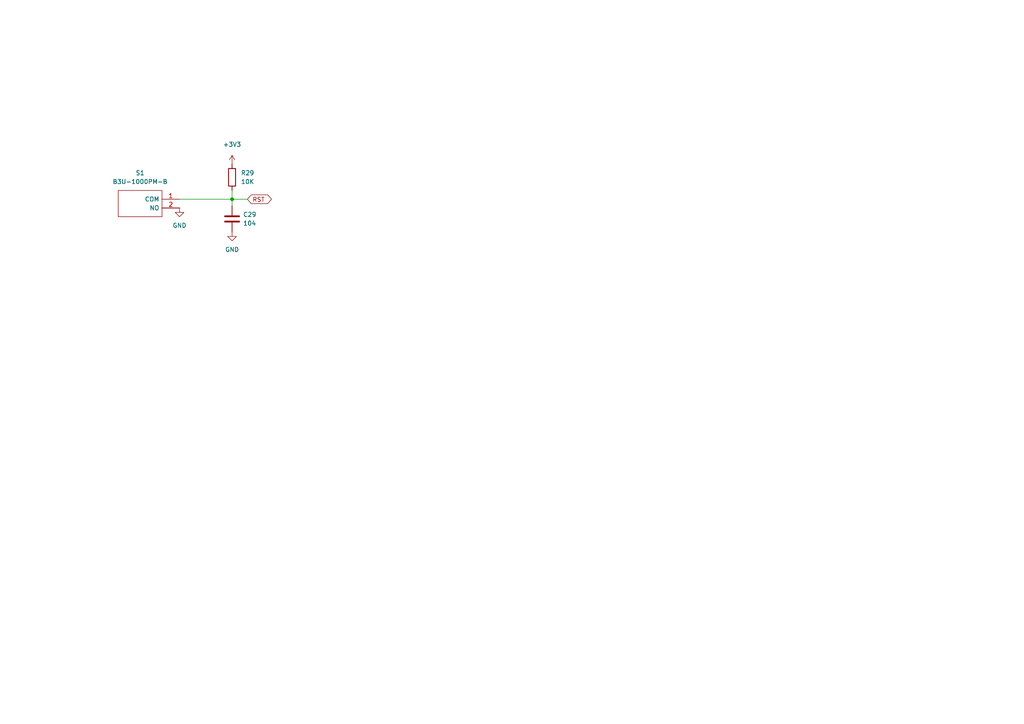
<source format=kicad_sch>
(kicad_sch (version 20211123) (generator eeschema)

  (uuid ff364bb9-0feb-4283-ba50-1d9a8297a5fa)

  (paper "A4")

  (lib_symbols
    (symbol "Device:C" (pin_numbers hide) (pin_names (offset 0.254)) (in_bom yes) (on_board yes)
      (property "Reference" "C" (id 0) (at 0.635 2.54 0)
        (effects (font (size 1.27 1.27)) (justify left))
      )
      (property "Value" "C" (id 1) (at 0.635 -2.54 0)
        (effects (font (size 1.27 1.27)) (justify left))
      )
      (property "Footprint" "" (id 2) (at 0.9652 -3.81 0)
        (effects (font (size 1.27 1.27)) hide)
      )
      (property "Datasheet" "~" (id 3) (at 0 0 0)
        (effects (font (size 1.27 1.27)) hide)
      )
      (property "ki_keywords" "cap capacitor" (id 4) (at 0 0 0)
        (effects (font (size 1.27 1.27)) hide)
      )
      (property "ki_description" "Unpolarized capacitor" (id 5) (at 0 0 0)
        (effects (font (size 1.27 1.27)) hide)
      )
      (property "ki_fp_filters" "C_*" (id 6) (at 0 0 0)
        (effects (font (size 1.27 1.27)) hide)
      )
      (symbol "C_0_1"
        (polyline
          (pts
            (xy -2.032 -0.762)
            (xy 2.032 -0.762)
          )
          (stroke (width 0.508) (type default) (color 0 0 0 0))
          (fill (type none))
        )
        (polyline
          (pts
            (xy -2.032 0.762)
            (xy 2.032 0.762)
          )
          (stroke (width 0.508) (type default) (color 0 0 0 0))
          (fill (type none))
        )
      )
      (symbol "C_1_1"
        (pin passive line (at 0 3.81 270) (length 2.794)
          (name "~" (effects (font (size 1.27 1.27))))
          (number "1" (effects (font (size 1.27 1.27))))
        )
        (pin passive line (at 0 -3.81 90) (length 2.794)
          (name "~" (effects (font (size 1.27 1.27))))
          (number "2" (effects (font (size 1.27 1.27))))
        )
      )
    )
    (symbol "Device:R" (pin_numbers hide) (pin_names (offset 0)) (in_bom yes) (on_board yes)
      (property "Reference" "R" (id 0) (at 2.032 0 90)
        (effects (font (size 1.27 1.27)))
      )
      (property "Value" "R" (id 1) (at 0 0 90)
        (effects (font (size 1.27 1.27)))
      )
      (property "Footprint" "" (id 2) (at -1.778 0 90)
        (effects (font (size 1.27 1.27)) hide)
      )
      (property "Datasheet" "~" (id 3) (at 0 0 0)
        (effects (font (size 1.27 1.27)) hide)
      )
      (property "ki_keywords" "R res resistor" (id 4) (at 0 0 0)
        (effects (font (size 1.27 1.27)) hide)
      )
      (property "ki_description" "Resistor" (id 5) (at 0 0 0)
        (effects (font (size 1.27 1.27)) hide)
      )
      (property "ki_fp_filters" "R_*" (id 6) (at 0 0 0)
        (effects (font (size 1.27 1.27)) hide)
      )
      (symbol "R_0_1"
        (rectangle (start -1.016 -2.54) (end 1.016 2.54)
          (stroke (width 0.254) (type default) (color 0 0 0 0))
          (fill (type none))
        )
      )
      (symbol "R_1_1"
        (pin passive line (at 0 3.81 270) (length 1.27)
          (name "~" (effects (font (size 1.27 1.27))))
          (number "1" (effects (font (size 1.27 1.27))))
        )
        (pin passive line (at 0 -3.81 90) (length 1.27)
          (name "~" (effects (font (size 1.27 1.27))))
          (number "2" (effects (font (size 1.27 1.27))))
        )
      )
    )
    (symbol "SamacSys_Parts:B3U-1000PM-B" (pin_names (offset 0.762)) (in_bom yes) (on_board yes)
      (property "Reference" "S" (id 0) (at 19.05 7.62 0)
        (effects (font (size 1.27 1.27)) (justify left))
      )
      (property "Value" "B3U-1000PM-B" (id 1) (at 19.05 5.08 0)
        (effects (font (size 1.27 1.27)) (justify left))
      )
      (property "Footprint" "B3U1000PMB" (id 2) (at 19.05 2.54 0)
        (effects (font (size 1.27 1.27)) (justify left) hide)
      )
      (property "Datasheet" "https://componentsearchengine.com/Datasheets/1/B3U-1000PM-B.pdf" (id 3) (at 19.05 0 0)
        (effects (font (size 1.27 1.27)) (justify left) hide)
      )
      (property "Description" "Microswitch TACT; SPST-NO; Pos:2; 0.05A/24VDC; SMT; 1.5N; 2.5x3mm" (id 4) (at 19.05 -2.54 0)
        (effects (font (size 1.27 1.27)) (justify left) hide)
      )
      (property "Height" "1.75" (id 5) (at 19.05 -5.08 0)
        (effects (font (size 1.27 1.27)) (justify left) hide)
      )
      (property "Manufacturer_Name" "Omron Electronics" (id 6) (at 19.05 -7.62 0)
        (effects (font (size 1.27 1.27)) (justify left) hide)
      )
      (property "Manufacturer_Part_Number" "B3U-1000PM-B" (id 7) (at 19.05 -10.16 0)
        (effects (font (size 1.27 1.27)) (justify left) hide)
      )
      (property "Mouser Part Number" "653-B3U-1000PM-B" (id 8) (at 19.05 -12.7 0)
        (effects (font (size 1.27 1.27)) (justify left) hide)
      )
      (property "Mouser Price/Stock" "https://www.mouser.co.uk/ProductDetail/Omron-Electronics/B3U-1000PM-B?qs=hnUcNC2tU0oErWp7o87bxg%3D%3D" (id 9) (at 19.05 -15.24 0)
        (effects (font (size 1.27 1.27)) (justify left) hide)
      )
      (property "Arrow Part Number" "" (id 10) (at 19.05 -17.78 0)
        (effects (font (size 1.27 1.27)) (justify left) hide)
      )
      (property "Arrow Price/Stock" "" (id 11) (at 19.05 -20.32 0)
        (effects (font (size 1.27 1.27)) (justify left) hide)
      )
      (property "ki_description" "Microswitch TACT; SPST-NO; Pos:2; 0.05A/24VDC; SMT; 1.5N; 2.5x3mm" (id 12) (at 0 0 0)
        (effects (font (size 1.27 1.27)) hide)
      )
      (symbol "B3U-1000PM-B_0_0"
        (pin passive line (at 0 -2.54 0) (length 5.08)
          (name "COM" (effects (font (size 1.27 1.27))))
          (number "1" (effects (font (size 1.27 1.27))))
        )
        (pin passive line (at 0 0 0) (length 5.08)
          (name "NO" (effects (font (size 1.27 1.27))))
          (number "2" (effects (font (size 1.27 1.27))))
        )
      )
      (symbol "B3U-1000PM-B_0_1"
        (polyline
          (pts
            (xy 5.08 2.54)
            (xy 17.78 2.54)
            (xy 17.78 -5.08)
            (xy 5.08 -5.08)
            (xy 5.08 2.54)
          )
          (stroke (width 0.1524) (type default) (color 0 0 0 0))
          (fill (type none))
        )
      )
    )
    (symbol "power:+3V3" (power) (pin_names (offset 0)) (in_bom yes) (on_board yes)
      (property "Reference" "#PWR" (id 0) (at 0 -3.81 0)
        (effects (font (size 1.27 1.27)) hide)
      )
      (property "Value" "+3V3" (id 1) (at 0 3.556 0)
        (effects (font (size 1.27 1.27)))
      )
      (property "Footprint" "" (id 2) (at 0 0 0)
        (effects (font (size 1.27 1.27)) hide)
      )
      (property "Datasheet" "" (id 3) (at 0 0 0)
        (effects (font (size 1.27 1.27)) hide)
      )
      (property "ki_keywords" "power-flag" (id 4) (at 0 0 0)
        (effects (font (size 1.27 1.27)) hide)
      )
      (property "ki_description" "Power symbol creates a global label with name \"+3V3\"" (id 5) (at 0 0 0)
        (effects (font (size 1.27 1.27)) hide)
      )
      (symbol "+3V3_0_1"
        (polyline
          (pts
            (xy -0.762 1.27)
            (xy 0 2.54)
          )
          (stroke (width 0) (type default) (color 0 0 0 0))
          (fill (type none))
        )
        (polyline
          (pts
            (xy 0 0)
            (xy 0 2.54)
          )
          (stroke (width 0) (type default) (color 0 0 0 0))
          (fill (type none))
        )
        (polyline
          (pts
            (xy 0 2.54)
            (xy 0.762 1.27)
          )
          (stroke (width 0) (type default) (color 0 0 0 0))
          (fill (type none))
        )
      )
      (symbol "+3V3_1_1"
        (pin power_in line (at 0 0 90) (length 0) hide
          (name "+3V3" (effects (font (size 1.27 1.27))))
          (number "1" (effects (font (size 1.27 1.27))))
        )
      )
    )
    (symbol "power:GND" (power) (pin_names (offset 0)) (in_bom yes) (on_board yes)
      (property "Reference" "#PWR" (id 0) (at 0 -6.35 0)
        (effects (font (size 1.27 1.27)) hide)
      )
      (property "Value" "GND" (id 1) (at 0 -3.81 0)
        (effects (font (size 1.27 1.27)))
      )
      (property "Footprint" "" (id 2) (at 0 0 0)
        (effects (font (size 1.27 1.27)) hide)
      )
      (property "Datasheet" "" (id 3) (at 0 0 0)
        (effects (font (size 1.27 1.27)) hide)
      )
      (property "ki_keywords" "power-flag" (id 4) (at 0 0 0)
        (effects (font (size 1.27 1.27)) hide)
      )
      (property "ki_description" "Power symbol creates a global label with name \"GND\" , ground" (id 5) (at 0 0 0)
        (effects (font (size 1.27 1.27)) hide)
      )
      (symbol "GND_0_1"
        (polyline
          (pts
            (xy 0 0)
            (xy 0 -1.27)
            (xy 1.27 -1.27)
            (xy 0 -2.54)
            (xy -1.27 -1.27)
            (xy 0 -1.27)
          )
          (stroke (width 0) (type default) (color 0 0 0 0))
          (fill (type none))
        )
      )
      (symbol "GND_1_1"
        (pin power_in line (at 0 0 270) (length 0) hide
          (name "GND" (effects (font (size 1.27 1.27))))
          (number "1" (effects (font (size 1.27 1.27))))
        )
      )
    )
  )

  (junction (at 67.31 57.785) (diameter 0) (color 0 0 0 0)
    (uuid 078e76f0-5624-41ad-babf-a26a99d4e294)
  )

  (wire (pts (xy 52.07 57.785) (xy 67.31 57.785))
    (stroke (width 0) (type default) (color 0 0 0 0))
    (uuid 672feb75-7873-4400-97eb-2365920e16d2)
  )
  (wire (pts (xy 67.31 55.245) (xy 67.31 57.785))
    (stroke (width 0) (type default) (color 0 0 0 0))
    (uuid 90d67873-276c-4c3d-acaf-1534c45a02e8)
  )
  (wire (pts (xy 67.31 57.785) (xy 67.31 59.69))
    (stroke (width 0) (type default) (color 0 0 0 0))
    (uuid b9063a10-f622-4fed-8e3f-ad0827e5e953)
  )
  (wire (pts (xy 71.755 57.785) (xy 67.31 57.785))
    (stroke (width 0) (type default) (color 0 0 0 0))
    (uuid d765f1f8-93d4-42df-bed1-1c8dbf60445c)
  )

  (global_label "RST" (shape bidirectional) (at 71.755 57.785 0) (fields_autoplaced)
    (effects (font (size 1.27 1.27)) (justify left))
    (uuid a43c8033-7f04-41f4-98ed-5f15e6e0033d)
    (property "Intersheet References" "${INTERSHEET_REFS}" (id 0) (at 77.6152 57.7056 0)
      (effects (font (size 1.27 1.27)) (justify left) hide)
    )
  )

  (symbol (lib_id "Device:C") (at 67.31 63.5 0) (unit 1)
    (in_bom yes) (on_board yes) (fields_autoplaced)
    (uuid 150fbacb-df51-4f83-ba80-bc6e43c29e88)
    (property "Reference" "C29" (id 0) (at 70.485 62.2299 0)
      (effects (font (size 1.27 1.27)) (justify left))
    )
    (property "Value" "104" (id 1) (at 70.485 64.7699 0)
      (effects (font (size 1.27 1.27)) (justify left))
    )
    (property "Footprint" "Capacitor_SMD:C_0603_1608Metric_Pad1.08x0.95mm_HandSolder" (id 2) (at 68.2752 67.31 0)
      (effects (font (size 1.27 1.27)) hide)
    )
    (property "Datasheet" "~" (id 3) (at 67.31 63.5 0)
      (effects (font (size 1.27 1.27)) hide)
    )
    (pin "1" (uuid 270873a5-726d-45c1-9ba9-a15e6d13f929))
    (pin "2" (uuid 36bb7a23-1574-4dab-9cb3-87164fd74c4e))
  )

  (symbol (lib_id "power:GND") (at 52.07 60.325 0) (unit 1)
    (in_bom yes) (on_board yes) (fields_autoplaced)
    (uuid 63f707b5-f4f2-430f-873c-c5dd0f6e05af)
    (property "Reference" "#PWR062" (id 0) (at 52.07 66.675 0)
      (effects (font (size 1.27 1.27)) hide)
    )
    (property "Value" "GND" (id 1) (at 52.07 65.405 0))
    (property "Footprint" "" (id 2) (at 52.07 60.325 0)
      (effects (font (size 1.27 1.27)) hide)
    )
    (property "Datasheet" "" (id 3) (at 52.07 60.325 0)
      (effects (font (size 1.27 1.27)) hide)
    )
    (pin "1" (uuid f197b853-2ed9-4d8a-9e2a-7249ddd2cb37))
  )

  (symbol (lib_id "power:GND") (at 67.31 67.31 0) (unit 1)
    (in_bom yes) (on_board yes) (fields_autoplaced)
    (uuid 784ecf3f-bcf9-44de-906a-51fbd29a087b)
    (property "Reference" "#PWR064" (id 0) (at 67.31 73.66 0)
      (effects (font (size 1.27 1.27)) hide)
    )
    (property "Value" "GND" (id 1) (at 67.31 72.39 0))
    (property "Footprint" "" (id 2) (at 67.31 67.31 0)
      (effects (font (size 1.27 1.27)) hide)
    )
    (property "Datasheet" "" (id 3) (at 67.31 67.31 0)
      (effects (font (size 1.27 1.27)) hide)
    )
    (pin "1" (uuid aace3dc2-0fc9-413e-ad7e-e542a1a6fd4f))
  )

  (symbol (lib_id "Device:R") (at 67.31 51.435 0) (unit 1)
    (in_bom yes) (on_board yes) (fields_autoplaced)
    (uuid d5cd0c1b-c364-4dbc-a79d-1759fc298361)
    (property "Reference" "R29" (id 0) (at 69.85 50.1649 0)
      (effects (font (size 1.27 1.27)) (justify left))
    )
    (property "Value" "10K" (id 1) (at 69.85 52.7049 0)
      (effects (font (size 1.27 1.27)) (justify left))
    )
    (property "Footprint" "Resistor_SMD:R_0603_1608Metric_Pad0.98x0.95mm_HandSolder" (id 2) (at 65.532 51.435 90)
      (effects (font (size 1.27 1.27)) hide)
    )
    (property "Datasheet" "~" (id 3) (at 67.31 51.435 0)
      (effects (font (size 1.27 1.27)) hide)
    )
    (pin "1" (uuid 590ae520-c17a-4695-9597-0664064e92e1))
    (pin "2" (uuid 0f2a3ed2-bc22-4246-8735-60f698ab13aa))
  )

  (symbol (lib_id "SamacSys_Parts:B3U-1000PM-B") (at 52.07 60.325 180) (unit 1)
    (in_bom yes) (on_board yes) (fields_autoplaced)
    (uuid e5bb3e4d-b49d-440c-86b1-6d6646de8709)
    (property "Reference" "S1" (id 0) (at 40.64 50.165 0))
    (property "Value" "B3U-1000PM-B" (id 1) (at 40.64 52.705 0))
    (property "Footprint" "B3U1000PMB" (id 2) (at 33.02 62.865 0)
      (effects (font (size 1.27 1.27)) (justify left) hide)
    )
    (property "Datasheet" "https://componentsearchengine.com/Datasheets/1/B3U-1000PM-B.pdf" (id 3) (at 33.02 60.325 0)
      (effects (font (size 1.27 1.27)) (justify left) hide)
    )
    (property "Description" "Microswitch TACT; SPST-NO; Pos:2; 0.05A/24VDC; SMT; 1.5N; 2.5x3mm" (id 4) (at 33.02 57.785 0)
      (effects (font (size 1.27 1.27)) (justify left) hide)
    )
    (property "Height" "1.75" (id 5) (at 33.02 55.245 0)
      (effects (font (size 1.27 1.27)) (justify left) hide)
    )
    (property "Manufacturer_Name" "Omron Electronics" (id 6) (at 33.02 52.705 0)
      (effects (font (size 1.27 1.27)) (justify left) hide)
    )
    (property "Manufacturer_Part_Number" "B3U-1000PM-B" (id 7) (at 33.02 50.165 0)
      (effects (font (size 1.27 1.27)) (justify left) hide)
    )
    (property "Mouser Part Number" "653-B3U-1000PM-B" (id 8) (at 33.02 47.625 0)
      (effects (font (size 1.27 1.27)) (justify left) hide)
    )
    (property "Mouser Price/Stock" "https://www.mouser.co.uk/ProductDetail/Omron-Electronics/B3U-1000PM-B?qs=hnUcNC2tU0oErWp7o87bxg%3D%3D" (id 9) (at 33.02 45.085 0)
      (effects (font (size 1.27 1.27)) (justify left) hide)
    )
    (property "Arrow Part Number" "" (id 10) (at 33.02 42.545 0)
      (effects (font (size 1.27 1.27)) (justify left) hide)
    )
    (property "Arrow Price/Stock" "" (id 11) (at 33.02 40.005 0)
      (effects (font (size 1.27 1.27)) (justify left) hide)
    )
    (pin "1" (uuid 17cdd905-e51e-45cb-98f1-393ca58bd08a))
    (pin "2" (uuid 459c84b3-45a6-4870-8cb8-8c41afcfc4f8))
  )

  (symbol (lib_id "power:+3V3") (at 67.31 47.625 0) (unit 1)
    (in_bom yes) (on_board yes) (fields_autoplaced)
    (uuid ebbe9e13-dc00-432e-9c2d-b606c3180805)
    (property "Reference" "#PWR063" (id 0) (at 67.31 51.435 0)
      (effects (font (size 1.27 1.27)) hide)
    )
    (property "Value" "+3V3" (id 1) (at 67.31 41.91 0))
    (property "Footprint" "" (id 2) (at 67.31 47.625 0)
      (effects (font (size 1.27 1.27)) hide)
    )
    (property "Datasheet" "" (id 3) (at 67.31 47.625 0)
      (effects (font (size 1.27 1.27)) hide)
    )
    (pin "1" (uuid 089dc975-7347-4f9f-93a0-21301fad7f30))
  )
)

</source>
